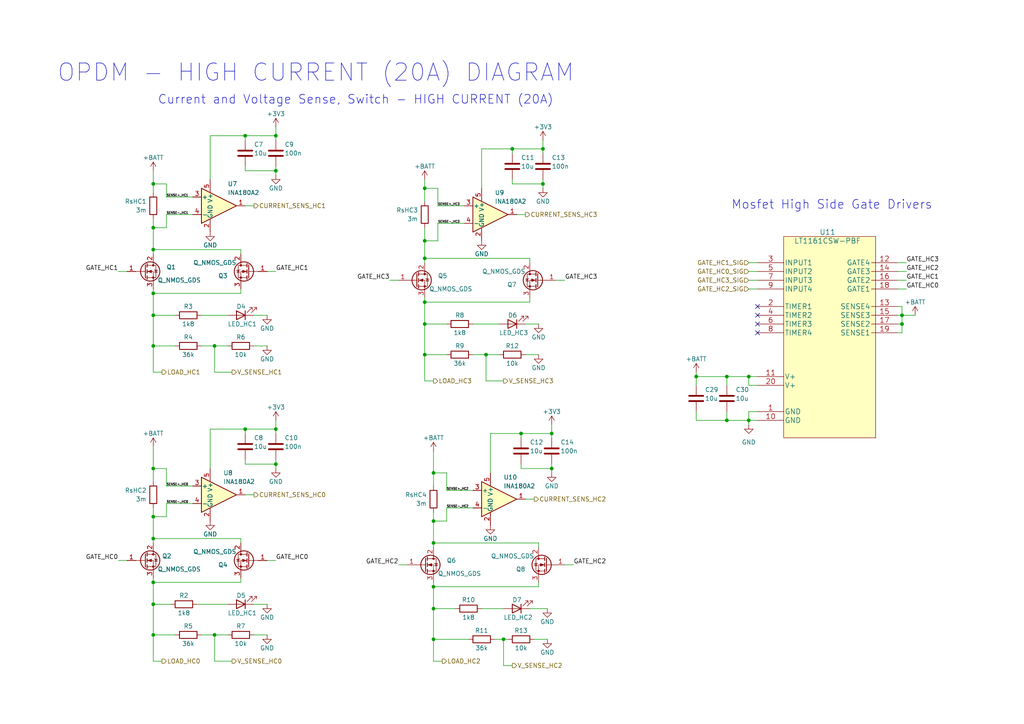
<source format=kicad_sch>
(kicad_sch (version 20211123) (generator eeschema)
  (paper "A4")
  (title_block (date "2023-05-23") (rev "Rev0.1") (company "Breno Niehues dos Santos"))
  (lib_symbols
    (symbol "Amplifier_Current:INA180A2" (pin_names (offset 0.127))
      (property "Reference" "U" (at 3.81 3.81 0))
      (property "Value" "INA180A2" (at 3.81 -2.54 0))
      (symbol "INA180A2_0_1"
        (polyline (pts (xy 5.08 0) (xy -5.08 5.08) (xy -5.08 -5.08) (xy 5.08 0)) (stroke (width 0.254)) (fill (type background)))
      )
      (symbol "INA180A2_1_1"
        (pin output line (at 7.62 0 180) (length 2.54) (name "~") (number "1"))
        (pin power_in line (at -2.54 -7.62 90) (length 3.81) (name "GND") (number "2"))
        (pin input line (at -7.62 2.54 0) (length 2.54) (name "+") (number "3"))
        (pin input line (at -7.62 -2.54 0) (length 2.54) (name "-") (number "4"))
        (pin power_in line (at -2.54 7.62 270) (length 3.81) (name "V+") (number "5"))
      )
    )
    (symbol "Amplifier_Current:INA180A3" (pin_names (offset 0.127))
      (property "Reference" "U" (at 3.81 3.81 0))
      (property "Value" "INA180A3" (at 3.81 -2.54 0))
      (symbol "INA180A3_0_1"
        (polyline (pts (xy 5.08 0) (xy -5.08 5.08) (xy -5.08 -5.08) (xy 5.08 0)) (stroke (width 0.254)) (fill (type background)))
      )
      (symbol "INA180A3_1_1"
        (pin output line (at 7.62 0 180) (length 2.54) (name "~") (number "1"))
        (pin power_in line (at -2.54 -7.62 90) (length 3.81) (name "GND") (number "2"))
        (pin input line (at -7.62 2.54 0) (length 2.54) (name "+") (number "3"))
        (pin input line (at -7.62 -2.54 0) (length 2.54) (name "-") (number "4"))
        (pin power_in line (at -2.54 7.62 270) (length 3.81) (name "V+") (number "5"))
      )
    )
    (symbol "Device:C" (pin_numbers hide) (pin_names (offset 0.254))
      (property "Reference" "C" (at 0.635 2.54 0))
      (property "Value" "C" (at 0.635 -2.54 0))
      (symbol "C_0_1"
        (polyline (pts (xy -2.032 -0.762) (xy 2.032 -0.762)) (stroke (width 0.508)))
        (polyline (pts (xy -2.032 0.762) (xy 2.032 0.762)) (stroke (width 0.508)))
      )
      (symbol "C_1_1"
        (pin passive line (at 0 3.81 270) (length 2.794) (name "~") (number "1"))
        (pin passive line (at 0 -3.81 90) (length 2.794) (name "~") (number "2"))
      )
    )
    (symbol "Device:LED" (pin_numbers hide) (pin_names (offset 1.016) hide)
      (property "Reference" "D" (at 0 2.54 0))
      (property "Value" "LED" (at 0 -2.54 0))
      (symbol "LED_0_1"
        (polyline (pts (xy -1.27 -1.27) (xy -1.27 1.27)) (stroke (width 0.254)))
        (polyline (pts (xy -1.27 0) (xy 1.27 0)))
        (polyline (pts (xy 1.27 -1.27) (xy 1.27 1.27) (xy -1.27 0) (xy 1.27 -1.27)) (stroke (width 0.254)))
        (polyline (pts (xy -3.048 -0.762) (xy -4.572 -2.286) (xy -3.81 -2.286) (xy -4.572 -2.286) (xy -4.572 -1.524)))
        (polyline (pts (xy -1.778 -0.762) (xy -3.302 -2.286) (xy -2.54 -2.286) (xy -3.302 -2.286) (xy -3.302 -1.524)))
      )
      (symbol "LED_1_1"
        (pin passive line (at -3.81 0 0) (length 2.54) (name "K") (number "1"))
        (pin passive line (at 3.81 0 180) (length 2.54) (name "A") (number "2"))
      )
    )
    (symbol "Device:Q_NMOS_GDS" (pin_names (offset 0) hide)
      (property "Reference" "Q" (at 5.08 1.27 0))
      (property "Value" "Q_NMOS_GDS" (at 5.08 -1.27 0))
      (symbol "Q_NMOS_GDS_0_1"
        (polyline (pts (xy 0.254 0) (xy -2.54 0)))
        (polyline (pts (xy 0.254 1.905) (xy 0.254 -1.905)) (stroke (width 0.254)))
        (polyline (pts (xy 0.762 -1.27) (xy 0.762 -2.286)) (stroke (width 0.254)))
        (polyline (pts (xy 0.762 0.508) (xy 0.762 -0.508)) (stroke (width 0.254)))
        (polyline (pts (xy 0.762 2.286) (xy 0.762 1.27)) (stroke (width 0.254)))
        (polyline (pts (xy 2.54 2.54) (xy 2.54 1.778)))
        (polyline (pts (xy 2.54 -2.54) (xy 2.54 0) (xy 0.762 0)))
        (polyline (pts (xy 0.762 -1.778) (xy 3.302 -1.778) (xy 3.302 1.778) (xy 0.762 1.778)))
        (polyline (pts (xy 1.016 0) (xy 2.032 0.381) (xy 2.032 -0.381) (xy 1.016 0)) (fill (type outline)))
        (polyline (pts (xy 2.794 0.508) (xy 2.921 0.381) (xy 3.683 0.381) (xy 3.81 0.254)))
        (polyline (pts (xy 3.302 0.381) (xy 2.921 -0.254) (xy 3.683 -0.254) (xy 3.302 0.381)))
        (circle (center 1.651 0) (radius 2.794) (stroke (width 0.254)))
        (circle (center 2.54 -1.778) (radius 0.254) (fill (type outline)))
        (circle (center 2.54 1.778) (radius 0.254) (fill (type outline)))
      )
      (symbol "Q_NMOS_GDS_1_1"
        (pin input line (at -5.08 0 0) (length 2.54) (name "G") (number "1"))
        (pin passive line (at 2.54 5.08 270) (length 2.54) (name "D") (number "2"))
        (pin passive line (at 2.54 -5.08 90) (length 2.54) (name "S") (number "3"))
      )
    )
    (symbol "Device:R" (pin_numbers hide) (pin_names (offset 0))
      (property "Reference" "R" (at 2.032 0 90))
      (property "Value" "R" (at 0 0 90))
      (symbol "R_0_1"
        (rectangle (start -1.016 -2.54) (end 1.016 2.54) (stroke (width 0.254)))
      )
      (symbol "R_1_1"
        (pin passive line (at 0 3.81 270) (length 1.27) (name "~") (number "1"))
        (pin passive line (at 0 -3.81 90) (length 1.27) (name "~") (number "2"))
      )
    )
    (symbol "LT1161CSW-PBF_1" (pin_names (offset 0.254))
      (property "Reference" "U8" (at 20.32 8.89 0))
      (property "Value" "LT1161CSW-PBF_1" (at 20.32 6.35 0))
      (symbol "LT1161CSW-PBF_1_0_1"
        (rectangle (start 7.62 7.62) (end 34.29 -50.8) (fill (type background)))
      )
      (symbol "LT1161CSW-PBF_1_1_1"
        (pin power_in line (at 0 -43.18 0) (length 7.62) (name "GND") (number "1"))
        (pin power_in line (at 0 -45.72 0) (length 7.62) (name "GND") (number "10"))
        (pin power_in line (at 0 -33.02 0) (length 7.62) (name "V+") (number "11"))
        (pin unspecified line (at 40.64 0 180) (length 7.62) (name "GATE4") (number "12"))
        (pin unspecified line (at 40.64 -12.7 180) (length 7.62) (name "SENSE4") (number "13"))
        (pin unspecified line (at 40.64 -2.54 180) (length 7.62) (name "GATE3") (number "14"))
        (pin unspecified line (at 40.64 -15.24 180) (length 7.62) (name "SENSE3") (number "15"))
        (pin unspecified line (at 40.64 -5.08 180) (length 7.62) (name "GATE2") (number "16"))
        (pin unspecified line (at 40.64 -17.78 180) (length 7.62) (name "SENSE2") (number "17"))
        (pin unspecified line (at 40.64 -7.62 180) (length 7.62) (name "GATE1") (number "18"))
        (pin unspecified line (at 40.64 -20.32 180) (length 7.62) (name "SENSE1") (number "19"))
        (pin unspecified line (at 0 -12.7 0) (length 7.62) (name "TIMER1") (number "2"))
        (pin power_in line (at 0 -35.56 0) (length 7.62) (name "V+") (number "20"))
        (pin input line (at 0 0 0) (length 7.62) (name "INPUT1") (number "3"))
        (pin unspecified line (at 0 -15.24 0) (length 7.62) (name "TIMER2") (number "4"))
        (pin input line (at 0 -2.54 0) (length 7.62) (name "INPUT2") (number "5"))
        (pin unspecified line (at 0 -17.78 0) (length 7.62) (name "TIMER3") (number "6"))
        (pin input line (at 0 -5.08 0) (length 7.62) (name "INPUT3") (number "7"))
        (pin unspecified line (at 0 -20.32 0) (length 7.62) (name "TIMER4") (number "8"))
        (pin input line (at 0 -7.62 0) (length 7.62) (name "INPUT4") (number "9"))
      )
    )
    (symbol "power:+3V3" (power) (pin_names (offset 0))
      (property "Value" "+3V3" (at 0 3.556 0))
      (symbol "+3V3_0_1"
        (polyline (pts (xy -0.762 1.27) (xy 0 2.54)))
        (polyline (pts (xy 0 0) (xy 0 2.54)))
        (polyline (pts (xy 0 2.54) (xy 0.762 1.27)))
      )
      (symbol "+3V3_1_1"
        (pin power_in line (at 0 0 90) (length 0) hide (name "+3V3") (number "1"))
      )
    )
    (symbol "power:+BATT" (power) (pin_names (offset 0))
      (property "Value" "+BATT" (at 0 3.556 0))
      (symbol "+BATT_0_1"
        (polyline (pts (xy -0.762 1.27) (xy 0 2.54)))
        (polyline (pts (xy 0 0) (xy 0 2.54)))
        (polyline (pts (xy 0 2.54) (xy 0.762 1.27)))
      )
      (symbol "+BATT_1_1"
        (pin power_in line (at 0 0 90) (length 0) hide (name "+BATT") (number "1"))
      )
    )
    (symbol "power:GND" (power) (pin_names (offset 0))
      (property "Value" "GND" (at 0 -3.81 0))
      (symbol "GND_0_1"
        (polyline (pts (xy 0 0) (xy 0 -1.27) (xy 1.27 -1.27) (xy 0 -2.54) (xy -1.27 -1.27) (xy 0 -1.27)))
      )
      (symbol "GND_1_1"
        (pin power_in line (at 0 0 270) (length 0) hide (name "GND") (number "1"))
      )
    )
  )
  (junction (at 62.23 100.33))
  (junction (at 44.45 53.34))
  (junction (at 44.45 66.04))
  (junction (at 80.01 124.46))
  (junction (at 123.19 69.85))
  (junction (at 140.97 102.87))
  (junction (at 210.82 109.22))
  (junction (at 125.73 185.42))
  (junction (at 80.01 134.62))
  (junction (at 44.45 91.44))
  (junction (at 123.19 102.87))
  (junction (at 123.19 54.61))
  (junction (at 217.17 109.22))
  (junction (at 261.62 91.44))
  (junction (at 160.02 135.89))
  (junction (at 125.73 137.16))
  (junction (at 123.19 74.93))
  (junction (at 44.45 156.21))
  (junction (at 123.19 87.63))
  (junction (at 201.93 109.22))
  (junction (at 160.02 125.73))
  (junction (at 80.01 49.53))
  (junction (at 125.73 170.18))
  (junction (at 80.01 39.37))
  (junction (at 71.12 39.37))
  (junction (at 44.45 184.15))
  (junction (at 44.45 149.86))
  (junction (at 146.05 185.42))
  (junction (at 125.73 176.53))
  (junction (at 125.73 151.13))
  (junction (at 217.17 121.92))
  (junction (at 44.45 168.91))
  (junction (at 44.45 85.09))
  (junction (at 44.45 100.33))
  (junction (at 44.45 175.26))
  (junction (at 44.45 135.89))
  (junction (at 157.48 53.34))
  (junction (at 44.45 72.39))
  (junction (at 71.12 124.46))
  (junction (at 125.73 157.48))
  (junction (at 123.19 93.98))
  (junction (at 210.82 121.92))
  (junction (at 62.23 184.15))
  (junction (at 148.59 43.18))
  (junction (at 261.62 93.98))
  (junction (at 157.48 43.18))
  (junction (at 151.13 125.73))
  (no_connect (at 219.71 93.98))
  (no_connect (at 219.71 88.9))
  (no_connect (at 219.71 96.52))
  (no_connect (at 219.71 91.44))
  (wire (pts (xy 261.62 91.44) (xy 265.43 91.44)))
  (wire (pts (xy 217.17 123.19) (xy 217.17 121.92)))
  (wire (pts (xy 125.73 168.91) (xy 125.73 170.18)))
  (wire (pts (xy 140.97 102.87) (xy 140.97 110.49)))
  (wire (pts (xy 44.45 156.21) (xy 44.45 157.48)))
  (wire (pts (xy 261.62 91.44) (xy 261.62 88.9)))
  (wire (pts (xy 217.17 83.82) (xy 219.71 83.82)))
  (wire (pts (xy 80.01 40.64) (xy 80.01 39.37)))
  (wire (pts (xy 157.48 52.07) (xy 157.48 53.34)))
  (wire (pts (xy 44.45 66.04) (xy 44.45 72.39)))
  (wire (pts (xy 219.71 121.92) (xy 217.17 121.92)))
  (wire (pts (xy 139.7 43.18) (xy 139.7 54.61)))
  (wire (pts (xy 152.4 102.87) (xy 156.21 102.87)))
  (wire (pts (xy 127 59.69) (xy 134.62 59.69)))
  (wire (pts (xy 44.45 72.39) (xy 44.45 73.66)))
  (wire (pts (xy 123.19 54.61) (xy 123.19 58.42)))
  (wire (pts (xy 62.23 100.33) (xy 62.23 107.95)))
  (wire (pts (xy 148.59 43.18) (xy 139.7 43.18)))
  (wire (pts (xy 44.45 107.95) (xy 44.45 100.33)))
  (wire (pts (xy 80.01 121.92) (xy 80.01 124.46)))
  (wire (pts (xy 219.71 111.76) (xy 217.17 111.76)))
  (wire (pts (xy 48.26 146.05) (xy 55.88 146.05)))
  (wire (pts (xy 157.48 40.64) (xy 157.48 43.18)))
  (wire (pts (xy 123.19 93.98) (xy 129.54 93.98)))
  (wire (pts (xy 125.73 176.53) (xy 132.08 176.53)))
  (wire (pts (xy 262.89 83.82) (xy 260.35 83.82)))
  (wire (pts (xy 127 54.61) (xy 127 59.69)))
  (wire (pts (xy 44.45 63.5) (xy 44.45 66.04)))
  (wire (pts (xy 123.19 102.87) (xy 129.54 102.87)))
  (wire (pts (xy 44.45 49.53) (xy 44.45 53.34)))
  (wire (pts (xy 123.19 74.93) (xy 153.67 74.93)))
  (wire (pts (xy 123.19 86.36) (xy 123.19 87.63)))
  (wire (pts (xy 125.73 185.42) (xy 125.73 191.77)))
  (wire (pts (xy 69.85 85.09) (xy 44.45 85.09)))
  (wire (pts (xy 125.73 148.59) (xy 125.73 151.13)))
  (wire (pts (xy 80.01 39.37) (xy 71.12 39.37)))
  (wire (pts (xy 210.82 109.22) (xy 217.17 109.22)))
  (wire (pts (xy 73.66 100.33) (xy 77.47 100.33)))
  (wire (pts (xy 125.73 185.42) (xy 135.89 185.42)))
  (wire (pts (xy 73.66 184.15) (xy 77.47 184.15)))
  (wire (pts (xy 69.85 72.39) (xy 44.45 72.39)))
  (wire (pts (xy 217.17 111.76) (xy 217.17 109.22)))
  (wire (pts (xy 73.66 91.44) (xy 77.47 91.44)))
  (wire (pts (xy 163.83 163.83) (xy 166.37 163.83)))
  (wire (pts (xy 125.73 157.48) (xy 156.21 157.48)))
  (wire (pts (xy 125.73 151.13) (xy 125.73 157.48)))
  (wire (pts (xy 125.73 191.77) (xy 128.27 191.77)))
  (wire (pts (xy 123.19 93.98) (xy 123.19 102.87)))
  (wire (pts (xy 69.85 168.91) (xy 44.45 168.91)))
  (wire (pts (xy 129.54 151.13) (xy 129.54 147.32)))
  (wire (pts (xy 44.45 167.64) (xy 44.45 168.91)))
  (wire (pts (xy 146.05 110.49) (xy 140.97 110.49)))
  (wire (pts (xy 44.45 184.15) (xy 44.45 191.77)))
  (wire (pts (xy 48.26 66.04) (xy 48.26 62.23)))
  (wire (pts (xy 217.17 81.28) (xy 219.71 81.28)))
  (wire (pts (xy 201.93 121.92) (xy 210.82 121.92)))
  (wire (pts (xy 129.54 142.24) (xy 137.16 142.24)))
  (wire (pts (xy 157.48 43.18) (xy 148.59 43.18)))
  (wire (pts (xy 44.45 100.33) (xy 50.8 100.33)))
  (wire (pts (xy 148.59 52.07) (xy 148.59 53.34)))
  (wire (pts (xy 160.02 123.19) (xy 160.02 125.73)))
  (wire (pts (xy 151.13 125.73) (xy 142.24 125.73)))
  (wire (pts (xy 125.73 130.81) (xy 125.73 137.16)))
  (wire (pts (xy 44.45 147.32) (xy 44.45 149.86)))
  (wire (pts (xy 156.21 170.18) (xy 125.73 170.18)))
  (wire (pts (xy 80.01 124.46) (xy 71.12 124.46)))
  (wire (pts (xy 151.13 135.89) (xy 160.02 135.89)))
  (wire (pts (xy 44.45 149.86) (xy 48.26 149.86)))
  (wire (pts (xy 71.12 39.37) (xy 71.12 40.64)))
  (wire (pts (xy 69.85 167.64) (xy 69.85 168.91)))
  (wire (pts (xy 143.51 185.42) (xy 146.05 185.42)))
  (wire (pts (xy 123.19 110.49) (xy 125.73 110.49)))
  (wire (pts (xy 71.12 134.62) (xy 80.01 134.62)))
  (wire (pts (xy 137.16 102.87) (xy 140.97 102.87)))
  (wire (pts (xy 44.45 135.89) (xy 44.45 139.7)))
  (wire (pts (xy 219.71 109.22) (xy 217.17 109.22)))
  (wire (pts (xy 154.94 185.42) (xy 158.75 185.42)))
  (wire (pts (xy 80.01 125.73) (xy 80.01 124.46)))
  (wire (pts (xy 123.19 87.63) (xy 123.19 93.98)))
  (wire (pts (xy 48.26 149.86) (xy 48.26 146.05)))
  (wire (pts (xy 139.7 176.53) (xy 146.05 176.53)))
  (wire (pts (xy 142.24 125.73) (xy 142.24 137.16)))
  (wire (pts (xy 261.62 96.52) (xy 261.62 93.98)))
  (wire (pts (xy 260.35 96.52) (xy 261.62 96.52)))
  (wire (pts (xy 60.96 39.37) (xy 60.96 52.07)))
  (wire (pts (xy 44.45 184.15) (xy 50.8 184.15)))
  (wire (pts (xy 115.57 163.83) (xy 118.11 163.83)))
  (wire (pts (xy 262.89 78.74) (xy 260.35 78.74)))
  (wire (pts (xy 156.21 168.91) (xy 156.21 170.18)))
  (wire (pts (xy 152.4 93.98) (xy 156.21 93.98)))
  (wire (pts (xy 123.19 52.07) (xy 123.19 54.61)))
  (wire (pts (xy 210.82 121.92) (xy 217.17 121.92)))
  (wire (pts (xy 149.86 62.23) (xy 152.4 62.23)))
  (wire (pts (xy 144.78 93.98) (xy 137.16 93.98)))
  (wire (pts (xy 129.54 137.16) (xy 129.54 142.24)))
  (wire (pts (xy 44.45 91.44) (xy 44.45 100.33)))
  (wire (pts (xy 34.29 162.56) (xy 36.83 162.56)))
  (wire (pts (xy 151.13 134.62) (xy 151.13 135.89)))
  (wire (pts (xy 44.45 149.86) (xy 44.45 156.21)))
  (wire (pts (xy 123.19 54.61) (xy 127 54.61)))
  (wire (pts (xy 62.23 184.15) (xy 66.04 184.15)))
  (wire (pts (xy 44.45 85.09) (xy 44.45 91.44)))
  (wire (pts (xy 163.83 81.28) (xy 161.29 81.28)))
  (wire (pts (xy 80.01 36.83) (xy 80.01 39.37)))
  (wire (pts (xy 48.26 62.23) (xy 55.88 62.23)))
  (wire (pts (xy 127 69.85) (xy 127 64.77)))
  (wire (pts (xy 48.26 53.34) (xy 44.45 53.34)))
  (wire (pts (xy 157.48 44.45) (xy 157.48 43.18)))
  (wire (pts (xy 123.19 74.93) (xy 123.19 76.2)))
  (wire (pts (xy 80.01 134.62) (xy 80.01 135.89)))
  (wire (pts (xy 153.67 87.63) (xy 123.19 87.63)))
  (wire (pts (xy 262.89 81.28) (xy 260.35 81.28)))
  (wire (pts (xy 80.01 49.53) (xy 80.01 50.8)))
  (wire (pts (xy 71.12 143.51) (xy 73.66 143.51)))
  (wire (pts (xy 146.05 185.42) (xy 147.32 185.42)))
  (wire (pts (xy 44.45 191.77) (xy 46.99 191.77)))
  (wire (pts (xy 160.02 125.73) (xy 151.13 125.73)))
  (wire (pts (xy 69.85 83.82) (xy 69.85 85.09)))
  (wire (pts (xy 157.48 53.34) (xy 157.48 54.61)))
  (wire (pts (xy 217.17 119.38) (xy 219.71 119.38)))
  (wire (pts (xy 44.45 66.04) (xy 48.26 66.04)))
  (wire (pts (xy 44.45 83.82) (xy 44.45 85.09)))
  (wire (pts (xy 160.02 127) (xy 160.02 125.73)))
  (wire (pts (xy 123.19 69.85) (xy 127 69.85)))
  (wire (pts (xy 58.42 91.44) (xy 66.04 91.44)))
  (wire (pts (xy 44.45 175.26) (xy 44.45 184.15)))
  (wire (pts (xy 140.97 102.87) (xy 144.78 102.87)))
  (wire (pts (xy 125.73 170.18) (xy 125.73 176.53)))
  (wire (pts (xy 44.45 91.44) (xy 50.8 91.44)))
  (wire (pts (xy 48.26 57.15) (xy 55.88 57.15)))
  (wire (pts (xy 71.12 48.26) (xy 71.12 49.53)))
  (wire (pts (xy 44.45 53.34) (xy 44.45 55.88)))
  (wire (pts (xy 148.59 53.34) (xy 157.48 53.34)))
  (wire (pts (xy 261.62 93.98) (xy 261.62 91.44)))
  (wire (pts (xy 129.54 147.32) (xy 137.16 147.32)))
  (wire (pts (xy 58.42 184.15) (xy 62.23 184.15)))
  (wire (pts (xy 80.01 78.74) (xy 77.47 78.74)))
  (wire (pts (xy 201.93 109.22) (xy 201.93 111.76)))
  (wire (pts (xy 44.45 156.21) (xy 69.85 156.21)))
  (wire (pts (xy 80.01 162.56) (xy 77.47 162.56)))
  (wire (pts (xy 262.89 76.2) (xy 260.35 76.2)))
  (wire (pts (xy 153.67 176.53) (xy 158.75 176.53)))
  (wire (pts (xy 260.35 93.98) (xy 261.62 93.98)))
  (wire (pts (xy 44.45 129.54) (xy 44.45 135.89)))
  (wire (pts (xy 217.17 119.38) (xy 217.17 121.92)))
  (wire (pts (xy 125.73 137.16) (xy 125.73 140.97)))
  (wire (pts (xy 113.03 81.28) (xy 115.57 81.28)))
  (wire (pts (xy 48.26 135.89) (xy 48.26 140.97)))
  (wire (pts (xy 160.02 135.89) (xy 160.02 137.16)))
  (wire (pts (xy 71.12 49.53) (xy 80.01 49.53)))
  (wire (pts (xy 58.42 100.33) (xy 62.23 100.33)))
  (wire (pts (xy 217.17 78.74) (xy 219.71 78.74)))
  (wire (pts (xy 125.73 151.13) (xy 129.54 151.13)))
  (wire (pts (xy 69.85 157.48) (xy 69.85 156.21)))
  (wire (pts (xy 261.62 88.9) (xy 260.35 88.9)))
  (wire (pts (xy 153.67 76.2) (xy 153.67 74.93)))
  (wire (pts (xy 201.93 119.38) (xy 201.93 121.92)))
  (wire (pts (xy 260.35 91.44) (xy 261.62 91.44)))
  (wire (pts (xy 57.15 175.26) (xy 66.04 175.26)))
  (wire (pts (xy 127 64.77) (xy 134.62 64.77)))
  (wire (pts (xy 44.45 175.26) (xy 49.53 175.26)))
  (wire (pts (xy 48.26 53.34) (xy 48.26 57.15)))
  (wire (pts (xy 48.26 140.97) (xy 55.88 140.97)))
  (wire (pts (xy 146.05 185.42) (xy 146.05 193.04)))
  (wire (pts (xy 44.45 168.91) (xy 44.45 175.26)))
  (wire (pts (xy 69.85 73.66) (xy 69.85 72.39)))
  (wire (pts (xy 71.12 59.69) (xy 73.66 59.69)))
  (wire (pts (xy 156.21 158.75) (xy 156.21 157.48)))
  (wire (pts (xy 148.59 43.18) (xy 148.59 44.45)))
  (wire (pts (xy 67.31 107.95) (xy 62.23 107.95)))
  (wire (pts (xy 210.82 119.38) (xy 210.82 121.92)))
  (wire (pts (xy 160.02 134.62) (xy 160.02 135.89)))
  (wire (pts (xy 125.73 137.16) (xy 129.54 137.16)))
  (wire (pts (xy 123.19 69.85) (xy 123.19 74.93)))
  (wire (pts (xy 152.4 144.78) (xy 154.94 144.78)))
  (wire (pts (xy 123.19 66.04) (xy 123.19 69.85)))
  (wire (pts (xy 67.31 191.77) (xy 62.23 191.77)))
  (wire (pts (xy 34.29 78.74) (xy 36.83 78.74)))
  (wire (pts (xy 123.19 102.87) (xy 123.19 110.49)))
  (wire (pts (xy 201.93 109.22) (xy 210.82 109.22)))
  (wire (pts (xy 44.45 135.89) (xy 48.26 135.89)))
  (wire (pts (xy 73.66 175.26) (xy 77.47 175.26)))
  (wire (pts (xy 80.01 48.26) (xy 80.01 49.53)))
  (wire (pts (xy 62.23 184.15) (xy 62.23 191.77)))
  (wire (pts (xy 71.12 124.46) (xy 60.96 124.46)))
  (wire (pts (xy 125.73 157.48) (xy 125.73 158.75)))
  (wire (pts (xy 71.12 124.46) (xy 71.12 125.73)))
  (wire (pts (xy 80.01 133.35) (xy 80.01 134.62)))
  (wire (pts (xy 153.67 86.36) (xy 153.67 87.63)))
  (wire (pts (xy 201.93 107.95) (xy 201.93 109.22)))
  (wire (pts (xy 44.45 107.95) (xy 46.99 107.95)))
  (wire (pts (xy 217.17 76.2) (xy 219.71 76.2)))
  (wire (pts (xy 71.12 133.35) (xy 71.12 134.62)))
  (wire (pts (xy 151.13 125.73) (xy 151.13 127)))
  (wire (pts (xy 148.59 193.04) (xy 146.05 193.04)))
  (wire (pts (xy 210.82 111.76) (xy 210.82 109.22)))
  (wire (pts (xy 60.96 124.46) (xy 60.96 135.89)))
  (wire (pts (xy 71.12 39.37) (xy 60.96 39.37)))
  (wire (pts (xy 125.73 176.53) (xy 125.73 185.42)))
  (wire (pts (xy 62.23 100.33) (xy 66.04 100.33)))
  (text "Mosfet High Side Gate Drivers" (at 212.09 60.96 0) (effects (font (size 2.54 2.54)) (justify left bottom)))
  (text "OPDM - HIGH CURRENT (20A) DIAGRAM" (at 16.51 24.13 0) (effects (font (size 5 5)) (justify left bottom)))
  (text "Current and Voltage Sense, Switch - HIGH CURRENT (20A)\n" (at 45.72 30.48 0) (effects (font (size 2.54 2.54)) (justify left bottom)))
  (label "SENSE-_HC1" (at 48.26 62.23 0) (effects (font (size 0.635 0.635))))
  (label "GATE_HC1" (at 80.01 78.74 0))
  (label "SENSE+_HC3" (at 127 59.69 0) (effects (font (size 0.635 0.635))))
  (label "SENSE-_HC0" (at 48.26 146.05 0) (effects (font (size 0.635 0.635))))
  (label "GATE_HC0" (at 262.89 83.82 0))
  (label "GATE_HC3" (at 262.89 76.2 0))
  (label "SENSE-_HC3" (at 127 64.77 0) (effects (font (size 0.635 0.635))))
  (label "GATE_HC3" (at 113.03 81.28 180))
  (label "GATE_HC1" (at 34.29 78.74 180))
  (label "SENSE+_HC0" (at 48.26 140.97 0) (effects (font (size 0.635 0.635))))
  (label "SENSE+_HC2" (at 129.54 142.24 0) (effects (font (size 0.635 0.635))))
  (label "GATE_HC2" (at 115.57 163.83 180))
  (label "GATE_HC0" (at 80.01 162.56 0))
  (label "GATE_HC1" (at 262.89 81.28 0))
  (label "GATE_HC2" (at 262.89 78.74 0))
  (label "GATE_HC0" (at 34.29 162.56 180))
  (label "SENSE+_HC1" (at 48.26 57.15 0) (effects (font (size 0.635 0.635))))
  (label "SENSE-_HC2" (at 129.54 147.32 0) (effects (font (size 0.635 0.635))))
  (label "GATE_HC3" (at 163.83 81.28 0))
  (label "GATE_HC2" (at 166.37 163.83 0))
  (hierarchical_label "V_SENSE_HC1" (shape output) (at 67.31 107.95 0))
  (hierarchical_label "GATE_HC2_SIG" (shape input) (at 217.17 83.82 180))
  (hierarchical_label "GATE_HC1_SIG" (shape input) (at 217.17 76.2 180))
  (hierarchical_label "V_SENSE_HC2" (shape output) (at 148.59 193.04 0))
  (hierarchical_label "LOAD_HC1" (shape output) (at 46.99 107.95 0))
  (hierarchical_label "LOAD_HC2" (shape output) (at 128.27 191.77 0))
  (hierarchical_label "LOAD_HC3" (shape output) (at 125.73 110.49 0))
  (hierarchical_label "CURRENT_SENS_HC2" (shape output) (at 154.94 144.78 0))
  (hierarchical_label "LOAD_HC0" (shape output) (at 46.99 191.77 0))
  (hierarchical_label "GATE_HC3_SIG" (shape input) (at 217.17 81.28 180))
  (hierarchical_label "GATE_HC0_SIG" (shape input) (at 217.17 78.74 180))
  (hierarchical_label "V_SENSE_HC0" (shape output) (at 67.31 191.77 0))
  (hierarchical_label "CURRENT_SENS_HC3" (shape output) (at 152.4 62.23 0))
  (hierarchical_label "V_SENSE_HC3" (shape output) (at 146.05 110.49 0))
  (hierarchical_label "CURRENT_SENS_HC0" (shape output) (at 73.66 143.51 0))
  (hierarchical_label "CURRENT_SENS_HC1" (shape output) (at 73.66 59.69 0))
  (symbol (lib_id "power:GND") (at 156.21 93.98 0) (unit 1)
    (property "Reference" "#PWR0122" (effects hide))
    (property "Value" "GND" (at 156.21 97.79 0))
  )
  (symbol (lib_id "Device:R") (at 139.7 185.42 90) (unit 1)
    (property "Reference" "R11" (at 139.7 182.88 90))
    (property "Value" "36k" (at 139.7 187.96 90))
    (property "Footprint" "Resistor_SMD:R_0805_2012Metric_Pad1.20x1.40mm_HandSolder" (effects hide))
  )
  (symbol (lib_id "Device:Q_NMOS_GDS") (at 123.19 163.83 0) (unit 1)
    (property "Reference" "Q6" (at 129.54 162.5599 0) (effects (justify left)))
    (property "Value" "Q_NMOS_GDS" (at 127 166.37 0) (effects (justify left)))
    (property "Footprint" "Package_TO_SOT_SMD:TO-252-2" (effects hide))
  )
  (symbol (lib_id "power:GND") (at 77.47 100.33 0) (unit 1)
    (property "Reference" "#PWR0104" (effects hide))
    (property "Value" "GND" (at 77.47 104.14 0))
  )
  (symbol (lib_id "power:+3V3") (at 160.02 123.19 0) (unit 1)
    (property "Reference" "#PWR0121" (effects hide))
    (property "Value" "+3V3" (at 160.02 119.38 0))
  )
  (symbol (lib_id "Device:C") (at 151.13 130.81 0) (unit 1)
    (property "Reference" "C12" (at 153.67 128.27 0) (effects (justify left)))
    (property "Value" "10u" (at 153.67 130.81 0) (effects (justify left)))
    (property "Footprint" "Capacitor_SMD:C_0805_2012Metric_Pad1.18x1.45mm_HandSolder" (effects hide))
  )
  (symbol (lib_id "Device:Q_NMOS_GDS") (at 120.65 81.28 0) (unit 1)
    (property "Reference" "Q5" (at 127 80.0099 0) (effects (justify left)))
    (property "Value" "Q_NMOS_GDS" (at 124.46 83.82 0) (effects (justify left)))
    (property "Footprint" "Package_TO_SOT_SMD:TO-252-2" (effects hide))
  )
  (symbol (lib_id "Device:C") (at 210.82 115.57 0) (unit 1)
    (property "Reference" "C30" (at 213.36 113.03 0) (effects (justify left)))
    (property "Value" "10u" (at 213.36 115.57 0) (effects (justify left)))
    (property "Footprint" "Capacitor_SMD:C_0805_2012Metric_Pad1.18x1.45mm_HandSolder" (effects hide))
  )
  (symbol (lib_id "Device:R") (at 44.45 59.69 0) (unit 1)
    (property "Reference" "RsHC1" (at 36.195 58.42 0) (effects (justify left)))
    (property "Value" "3m" (at 39.37 60.96 0) (effects (justify left)))
    (property "Footprint" "Resistor_SMD:R_2512_6332Metric_Pad1.40x3.35mm_HandSolder" (effects hide))
  )
  (symbol (lib_id "Device:LED") (at 149.86 176.53 180) (unit 1)
    (property "Reference" "D7" (at 148.59 173.99 0) (effects (justify right)))
    (property "Value" "LED_HC2" (at 146.05 179.07 0) (effects (justify right)))
    (property "Footprint" "LED_SMD:LED_0805_2012Metric_Pad1.15x1.40mm_HandSolder" (effects hide))
  )
  (symbol (lib_id "Device:LED") (at 148.59 93.98 180) (unit 1)
    (property "Reference" "D6" (at 147.32 91.44 0) (effects (justify right)))
    (property "Value" "LED_HC3" (at 144.78 96.52 0) (effects (justify right)))
    (property "Footprint" "LED_SMD:LED_0805_2012Metric_Pad1.15x1.40mm_HandSolder" (effects hide))
  )
  (symbol (lib_id "Device:C") (at 160.02 130.81 0) (unit 1)
    (property "Reference" "C14" (at 162.56 128.27 0) (effects (justify left)))
    (property "Value" "100n" (at 162.56 130.81 0) (effects (justify left)))
    (property "Footprint" "Capacitor_SMD:C_0805_2012Metric_Pad1.18x1.45mm_HandSolder" (effects hide))
  )
  (symbol (lib_id "Device:R") (at 53.34 175.26 270) (unit 1)
    (property "Reference" "R2" (at 53.34 172.72 90))
    (property "Value" "1k8" (at 53.34 177.8 90))
    (property "Footprint" "Resistor_SMD:R_0805_2012Metric_Pad1.20x1.40mm_HandSolder" (effects hide))
  )
  (symbol (lib_id "Device:Q_NMOS_GDS") (at 72.39 78.74 0) (mirror y) (unit 1)
    (property "Reference" "Q3" (at 66.04 80.01 0) (effects (justify left)))
    (property "Value" "Q_NMOS_GDS" (at 68.58 76.2 0) (effects (justify left)))
    (property "Footprint" "Package_TO_SOT_SMD:TO-252-2" (effects hide))
  )
  (symbol (lib_id "Device:R") (at 69.85 100.33 90) (unit 1)
    (property "Reference" "R6" (at 69.85 97.79 90))
    (property "Value" "10k" (at 69.85 102.87 90))
    (property "Footprint" "Resistor_SMD:R_0805_2012Metric_Pad1.20x1.40mm_HandSolder" (effects hide))
  )
  (symbol (lib_id "Device:R") (at 54.61 184.15 90) (unit 1)
    (property "Reference" "R5" (at 54.61 181.61 90))
    (property "Value" "36k" (at 54.61 186.69 90))
    (property "Footprint" "Resistor_SMD:R_0805_2012Metric_Pad1.20x1.40mm_HandSolder" (effects hide))
  )
  (symbol (lib_id "Amplifier_Current:INA180A3") (at 63.5 143.51 0) (unit 1)
    (property "Reference" "U8" (at 64.77 137.16 0) (effects (justify left)))
    (property "Value" "INA180A2" (at 64.77 139.7 0) (effects (justify left)))
    (property "Footprint" "Package_TO_SOT_SMD:SOT-23-5_HandSoldering" (effects hide))
    (property "Datasheet" "http://www.ti.com/lit/ds/symlink/ina180.pdf" (effects hide))
  )
  (symbol (lib_id "power:GND") (at 77.47 91.44 0) (unit 1)
    (property "Reference" "#PWR0103" (effects hide))
    (property "Value" "GND" (at 77.47 95.25 0))
  )
  (symbol (lib_id "power:GND") (at 80.01 135.89 0) (unit 1)
    (property "Reference" "#PWR0114" (effects hide))
    (property "Value" "GND" (at 80.01 139.7 0))
  )
  (symbol (lib_id "Device:R") (at 54.61 91.44 270) (unit 1)
    (property "Reference" "R3" (at 54.61 88.9 90))
    (property "Value" "1k8" (at 54.61 93.98 90))
    (property "Footprint" "Resistor_SMD:R_0805_2012Metric_Pad1.20x1.40mm_HandSolder" (effects hide))
  )
  (symbol (lib_id "Amplifier_Current:INA180A3") (at 142.24 62.23 0) (unit 1)
    (property "Reference" "U9" (at 143.51 55.88 0) (effects (justify left)))
    (property "Value" "INA180A2" (at 143.51 58.42 0) (effects (justify left)))
    (property "Footprint" "Package_TO_SOT_SMD:SOT-23-5_HandSoldering" (effects hide))
    (property "Datasheet" "http://www.ti.com/lit/ds/symlink/ina180.pdf" (effects hide))
  )
  (symbol (lib_id "Device:Q_NMOS_GDS") (at 41.91 78.74 0) (unit 1)
    (property "Reference" "Q1" (at 48.26 77.4699 0) (effects (justify left)))
    (property "Value" "Q_NMOS_GDS" (at 45.72 81.28 0) (effects (justify left)))
    (property "Footprint" "Package_TO_SOT_SMD:TO-252-2" (effects hide))
  )
  (symbol (lib_id "Device:C") (at 157.48 48.26 0) (unit 1)
    (property "Reference" "C13" (at 160.02 45.72 0) (effects (justify left)))
    (property "Value" "100n" (at 160.02 48.26 0) (effects (justify left)))
    (property "Footprint" "Capacitor_SMD:C_0805_2012Metric_Pad1.18x1.45mm_HandSolder" (effects hide))
  )
  (symbol (lib_id "power:+BATT") (at 201.93 107.95 0) (unit 1)
    (property "Reference" "#PWR0127" (effects hide))
    (property "Value" "+BATT" (at 201.93 104.14 0))
  )
  (symbol (lib_id "Device:Q_NMOS_GDS") (at 41.91 162.56 0) (unit 1)
    (property "Reference" "Q2" (at 46.99 161.29 0) (effects (justify left)))
    (property "Value" "Q_NMOS_GDS" (at 45.72 165.1 0) (effects (justify left)))
    (property "Footprint" "Package_TO_SOT_SMD:TO-252-2" (effects hide))
  )
  (symbol (lib_id "Device:Q_NMOS_GDS") (at 72.39 162.56 0) (mirror y) (unit 1)
    (property "Reference" "Q4" (at 66.04 163.83 0) (effects (justify left)))
    (property "Value" "Q_NMOS_GDS" (at 68.58 160.02 0) (effects (justify left)))
    (property "Footprint" "Package_TO_SOT_SMD:TO-252-2" (effects hide))
  )
  (symbol (lib_id "Device:R") (at 69.85 184.15 90) (unit 1)
    (property "Reference" "R7" (at 69.85 181.61 90))
    (property "Value" "10k" (at 69.85 186.69 90))
    (property "Footprint" "Resistor_SMD:R_0805_2012Metric_Pad1.20x1.40mm_HandSolder" (effects hide))
  )
  (symbol (lib_id "Device:LED") (at 69.85 91.44 180) (unit 1)
    (property "Reference" "D4" (at 68.58 88.9 0) (effects (justify right)))
    (property "Value" "LED_HC1" (at 66.04 93.98 0) (effects (justify right)))
    (property "Footprint" "LED_SMD:LED_0805_2012Metric_Pad1.15x1.40mm_HandSolder" (effects hide))
  )
  (symbol (lib_id "power:+3V3") (at 157.48 40.64 0) (unit 1)
    (property "Reference" "#PWR0126" (effects hide))
    (property "Value" "+3V3" (at 157.48 36.83 0))
  )
  (symbol (lib_id "Device:R") (at 123.19 62.23 0) (unit 1)
    (property "Reference" "RsHC3" (at 114.935 60.96 0) (effects (justify left)))
    (property "Value" "3m" (at 118.11 63.5 0) (effects (justify left)))
    (property "Footprint" "Resistor_SMD:R_2512_6332Metric_Pad1.40x3.35mm_HandSolder" (effects hide))
  )
  (symbol (lib_id "Device:R") (at 125.73 144.78 0) (unit 1)
    (property "Reference" "RsHC4" (at 117.475 143.51 0) (effects (justify left)))
    (property "Value" "3m" (at 120.65 146.05 0) (effects (justify left)))
    (property "Footprint" "Resistor_SMD:R_2512_6332Metric_Pad1.40x3.35mm_HandSolder" (effects hide))
  )
  (symbol (lib_id "Amplifier_Current:INA180A2") (at 63.5 59.69 0) (unit 1)
    (property "Reference" "U7" (at 66.04 53.34 0) (effects (justify left)))
    (property "Value" "INA180A2" (at 66.04 55.88 0) (effects (justify left)))
    (property "Footprint" "Package_TO_SOT_SMD:SOT-23-5_HandSoldering" (effects hide))
    (property "Datasheet" "http://www.ti.com/lit/ds/symlink/ina180.pdf" (effects hide))
  )
  (symbol (lib_id "Device:R") (at 44.45 143.51 0) (unit 1)
    (property "Reference" "RsHC2" (at 36.195 142.24 0) (effects (justify left)))
    (property "Value" "3m" (at 39.37 144.78 0) (effects (justify left)))
    (property "Footprint" "Resistor_SMD:R_2512_6332Metric_Pad1.40x3.35mm_HandSolder" (effects hide))
  )
  (symbol (lib_id "power:GND") (at 160.02 137.16 0) (unit 1)
    (property "Reference" "#PWR0125" (effects hide))
    (property "Value" "GND" (at 160.02 140.97 0))
  )
  (symbol (lib_id "Device:R") (at 151.13 185.42 90) (unit 1)
    (property "Reference" "R13" (at 151.13 182.88 90))
    (property "Value" "10k" (at 151.13 187.96 90))
    (property "Footprint" "Resistor_SMD:R_0805_2012Metric_Pad1.20x1.40mm_HandSolder" (effects hide))
  )
  (symbol (lib_id "power:+BATT") (at 125.73 130.81 0) (unit 1)
    (property "Reference" "#PWR0113" (effects hide))
    (property "Value" "+BATT" (at 125.73 127 0))
  )
  (symbol (lib_id "power:GND") (at 60.96 67.31 0) (unit 1)
    (property "Reference" "#PWR0101" (effects hide))
    (property "Value" "GND" (at 60.96 71.12 0))
  )
  (symbol (lib_id "power:GND") (at 217.17 123.19 0) (unit 1)
    (property "Reference" "#PWR0116" (effects hide))
    (property "Value" "GND" (at 217.17 128.27 0))
  )
  (symbol (lib_id "power:+BATT") (at 123.19 52.07 0) (unit 1)
    (property "Reference" "#PWR0107" (effects hide))
    (property "Value" "+BATT" (at 123.19 48.26 0))
  )
  (symbol (lib_id "power:+BATT") (at 44.45 129.54 0) (unit 1)
    (property "Reference" "#PWR0102" (effects hide))
    (property "Value" "+BATT" (at 44.45 125.73 0))
  )
  (symbol (lib_id "power:GND") (at 60.96 151.13 0) (unit 1)
    (property "Reference" "#PWR0111" (effects hide))
    (property "Value" "GND" (at 60.96 154.94 0))
  )
  (symbol (lib_id "Device:R") (at 54.61 100.33 90) (unit 1)
    (property "Reference" "R4" (at 54.61 97.79 90))
    (property "Value" "36k" (at 54.61 102.87 90))
    (property "Footprint" "Resistor_SMD:R_0805_2012Metric_Pad1.20x1.40mm_HandSolder" (effects hide))
  )
  (symbol (lib_id "power:GND") (at 139.7 69.85 0) (unit 1)
    (property "Reference" "#PWR0117" (effects hide))
    (property "Value" "GND" (at 139.7 73.66 0))
  )
  (symbol (lib_id "Device:Q_NMOS_GDS") (at 156.21 81.28 0) (mirror y) (unit 1)
    (property "Reference" "Q7" (at 149.86 82.55 0) (effects (justify left)))
    (property "Value" "Q_NMOS_GDS" (at 152.4 78.74 0) (effects (justify left)))
    (property "Footprint" "Package_TO_SOT_SMD:TO-252-2" (effects hide))
  )
  (symbol (lib_id "power:GND") (at 158.75 176.53 0) (unit 1)
    (property "Reference" "#PWR0119" (effects hide))
    (property "Value" "GND" (at 158.75 180.34 0))
  )
  (symbol (lib_id "Device:R") (at 133.35 102.87 90) (unit 1)
    (property "Reference" "R9" (at 133.35 100.33 90))
    (property "Value" "36k" (at 133.35 105.41 90))
    (property "Footprint" "Resistor_SMD:R_0805_2012Metric_Pad1.20x1.40mm_HandSolder" (effects hide))
  )
  (symbol (lib_id "Device:Q_NMOS_GDS") (at 158.75 163.83 0) (mirror y) (unit 1)
    (property "Reference" "Q8" (at 152.4 165.1 0) (effects (justify left)))
    (property "Value" "Q_NMOS_GDS" (at 154.94 161.29 0) (effects (justify left)))
    (property "Footprint" "Package_TO_SOT_SMD:TO-252-2" (effects hide))
  )
  (symbol (lib_id "power:+BATT") (at 265.43 91.44 0) (unit 1)
    (property "Reference" "#PWR0115" (effects hide))
    (property "Value" "+BATT" (at 265.43 87.63 0))
  )
  (symbol (lib_id "power:+3V3") (at 80.01 121.92 0) (unit 1)
    (property "Reference" "#PWR0112" (effects hide))
    (property "Value" "+3V3" (at 80.01 118.11 0))
  )
  (symbol (lib_id "Device:R") (at 148.59 102.87 90) (unit 1)
    (property "Reference" "R12" (at 148.59 100.33 90))
    (property "Value" "10k" (at 148.59 105.41 90))
    (property "Footprint" "Resistor_SMD:R_0805_2012Metric_Pad1.20x1.40mm_HandSolder" (effects hide))
  )
  (symbol (lib_id "power:GND") (at 80.01 50.8 0) (unit 1)
    (property "Reference" "#PWR0108" (effects hide))
    (property "Value" "GND" (at 80.01 54.61 0))
  )
  (symbol (lib_id "power:GND") (at 157.48 54.61 0) (unit 1)
    (property "Reference" "#PWR0118" (effects hide))
    (property "Value" "GND" (at 157.48 58.42 0))
  )
  (symbol (lib_id "Device:R") (at 135.89 176.53 270) (unit 1)
    (property "Reference" "R10" (at 135.89 173.99 90))
    (property "Value" "1k8" (at 135.89 179.07 90))
    (property "Footprint" "Resistor_SMD:R_0805_2012Metric_Pad1.20x1.40mm_HandSolder" (effects hide))
  )
  (symbol (lib_id "Device:C") (at 71.12 44.45 0) (unit 1)
    (property "Reference" "C7" (at 73.66 41.91 0) (effects (justify left)))
    (property "Value" "10u" (at 73.66 44.45 0) (effects (justify left)))
    (property "Footprint" "Capacitor_SMD:C_0805_2012Metric_Pad1.18x1.45mm_HandSolder" (effects hide))
  )
  (symbol (lib_name "LT1161CSW-PBF_1") (lib_id "LT1161CSW-BPF:LT1161CSW-PBF") (at 219.71 76.2 0) (unit 1)
    (property "Reference" "U11" (at 240.03 67.31 0) (effects (font (size 1.524 1.524))))
    (property "Value" "LT1161CSW-PBF" (at 240.03 69.85 0) (effects (font (size 1.524 1.524))))
    (property "Footprint" "Package_SO:SOIC-20W_7.5x12.8mm_P1.27mm" (effects hide))
  )
  (symbol (lib_id "Device:C") (at 80.01 44.45 0) (unit 1)
    (property "Reference" "C9" (at 82.55 41.91 0) (effects (justify left)))
    (property "Value" "100n" (at 82.55 44.45 0) (effects (justify left)))
    (property "Footprint" "Capacitor_SMD:C_0805_2012Metric_Pad1.18x1.45mm_HandSolder" (effects hide))
  )
  (symbol (lib_id "power:GND") (at 77.47 184.15 0) (unit 1)
    (property "Reference" "#PWR0109" (effects hide))
    (property "Value" "GND" (at 77.47 187.96 0))
  )
  (symbol (lib_id "Device:R") (at 133.35 93.98 270) (unit 1)
    (property "Reference" "R8" (at 133.35 91.44 90))
    (property "Value" "1k8" (at 133.35 96.52 90))
    (property "Footprint" "Resistor_SMD:R_0805_2012Metric_Pad1.20x1.40mm_HandSolder" (effects hide))
  )
  (symbol (lib_id "power:GND") (at 77.47 175.26 0) (unit 1)
    (property "Reference" "#PWR0110" (effects hide))
    (property "Value" "GND" (at 77.47 179.07 0))
  )
  (symbol (lib_id "Device:C") (at 80.01 129.54 0) (unit 1)
    (property "Reference" "C10" (at 82.55 127 0) (effects (justify left)))
    (property "Value" "100n" (at 82.55 129.54 0) (effects (justify left)))
    (property "Footprint" "Capacitor_SMD:C_0805_2012Metric_Pad1.18x1.45mm_HandSolder" (effects hide))
  )
  (symbol (lib_id "power:GND") (at 156.21 102.87 0) (unit 1)
    (property "Reference" "#PWR0123" (effects hide))
    (property "Value" "GND" (at 156.21 106.68 0))
  )
  (symbol (lib_id "power:+BATT") (at 44.45 49.53 0) (unit 1)
    (property "Reference" "#PWR0105" (effects hide))
    (property "Value" "+BATT" (at 44.45 45.72 0))
  )
  (symbol (lib_id "Amplifier_Current:INA180A3") (at 144.78 144.78 0) (unit 1)
    (property "Reference" "U10" (at 146.05 138.43 0) (effects (justify left)))
    (property "Value" "INA180A2" (at 146.05 140.97 0) (effects (justify left)))
    (property "Footprint" "Package_TO_SOT_SMD:SOT-23-5_HandSoldering" (effects hide))
    (property "Datasheet" "http://www.ti.com/lit/ds/symlink/ina180.pdf" (effects hide))
  )
  (symbol (lib_id "power:+3V3") (at 80.01 36.83 0) (unit 1)
    (property "Reference" "#PWR0106" (effects hide))
    (property "Value" "+3V3" (at 80.01 33.02 0))
  )
  (symbol (lib_id "Device:C") (at 148.59 48.26 0) (unit 1)
    (property "Reference" "C11" (at 151.13 45.72 0) (effects (justify left)))
    (property "Value" "10u" (at 151.13 48.26 0) (effects (justify left)))
    (property "Footprint" "Capacitor_SMD:C_0805_2012Metric_Pad1.18x1.45mm_HandSolder" (effects hide))
  )
  (symbol (lib_id "power:GND") (at 158.75 185.42 0) (unit 1)
    (property "Reference" "#PWR0120" (effects hide))
    (property "Value" "GND" (at 158.75 189.23 0))
  )
  (symbol (lib_id "Device:LED") (at 69.85 175.26 180) (unit 1)
    (property "Reference" "D5" (at 68.58 172.72 0) (effects (justify right)))
    (property "Value" "LED_HC1" (at 66.04 177.8 0) (effects (justify right)))
    (property "Footprint" "LED_SMD:LED_0805_2012Metric_Pad1.15x1.40mm_HandSolder" (effects hide))
  )
  (symbol (lib_id "Device:C") (at 71.12 129.54 0) (unit 1)
    (property "Reference" "C8" (at 73.66 127 0) (effects (justify left)))
    (property "Value" "10u" (at 73.66 129.54 0) (effects (justify left)))
    (property "Footprint" "Capacitor_SMD:C_0805_2012Metric_Pad1.18x1.45mm_HandSolder" (effects hide))
  )
  (symbol (lib_id "Device:C") (at 201.93 115.57 0) (unit 1)
    (property "Reference" "C29" (at 204.47 113.03 0) (effects (justify left)))
    (property "Value" "10u" (at 204.47 115.57 0) (effects (justify left)))
    (property "Footprint" "Capacitor_SMD:C_0805_2012Metric_Pad1.18x1.45mm_HandSolder" (effects hide))
  )
  (symbol (lib_id "power:GND") (at 142.24 152.4 0) (unit 1)
    (property "Reference" "#PWR0124" (effects hide))
    (property "Value" "GND" (at 142.24 156.21 0))
  )
)
</source>
